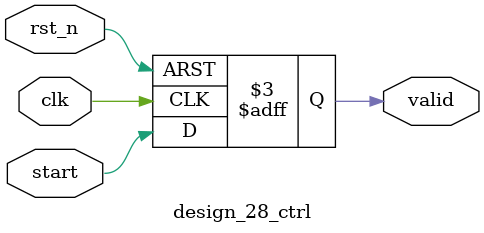
<source format=v>
module design_28_ctrl(
  input  clk,
  input  rst_n,
  input  start,
  output reg valid
);
  reg start_q;
  always @(posedge clk or negedge rst_n) begin
    if (!rst_n) begin
      valid <= 1'b0;
      start_q <= 1'b0;
    end else begin
      start_q <= start;
      valid <= start;
    end
  end
endmodule

</source>
